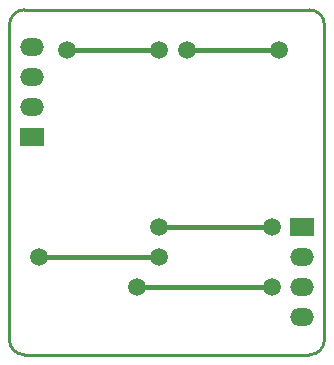
<source format=gbl>
G04*
G04 #@! TF.GenerationSoftware,Altium Limited,Altium Designer,22.2.1 (43)*
G04*
G04 Layer_Physical_Order=2*
G04 Layer_Color=16711680*
%FSLAX44Y44*%
%MOMM*%
G71*
G04*
G04 #@! TF.SameCoordinates,B242430B-52BB-43DD-A0E7-0EA7797FDCDA*
G04*
G04*
G04 #@! TF.FilePolarity,Positive*
G04*
G01*
G75*
%ADD15C,0.2540*%
%ADD29C,0.3810*%
%ADD31O,2.0000X1.5000*%
%ADD32R,2.0000X1.5000*%
%ADD33C,1.5000*%
D15*
X120650Y-146050D02*
G03*
X133350Y-133350I0J12700D01*
G01*
X-133350D02*
G03*
X-120650Y-146050I12700J-0D01*
G01*
X133350Y133350D02*
G03*
X120650Y146050I-12700J0D01*
G01*
X-120650D02*
G03*
X-133350Y133350I0J-12700D01*
G01*
X133350Y-133350D02*
Y0D01*
X0Y-146050D02*
X120650D01*
X-120650D02*
X0D01*
X-133350Y-133350D02*
Y0D01*
X133350D02*
Y133350D01*
X0Y146050D02*
X120650D01*
X-120650D02*
X0D01*
X-133350Y0D02*
Y133350D01*
D29*
X16682Y111760D02*
X95250D01*
X-84918D02*
X-6350D01*
X-107950Y-63500D02*
X-6350D01*
Y-38100D02*
X88900D01*
X-25400Y-88900D02*
X88900D01*
D31*
X114300Y-114300D02*
D03*
Y-88900D02*
D03*
Y-63500D02*
D03*
X-114300Y114300D02*
D03*
Y88900D02*
D03*
Y63500D02*
D03*
D32*
X114300Y-38100D02*
D03*
X-114300Y38100D02*
D03*
D33*
X95250Y111760D02*
D03*
X16682D02*
D03*
X-6350D02*
D03*
X-107950Y-63500D02*
D03*
X-6350D02*
D03*
Y-38100D02*
D03*
X88900D02*
D03*
X-25400Y-88900D02*
D03*
X88900D02*
D03*
X-84918Y111760D02*
D03*
M02*

</source>
